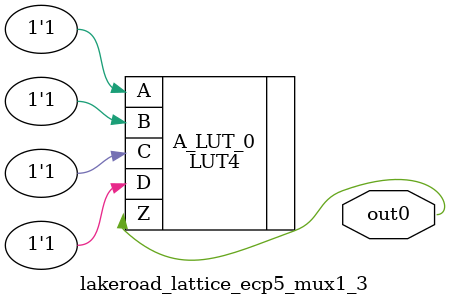
<source format=v>
/* Generated by Yosys 0.19 (git sha1 a45c131b37c, clang 13.1.6 -fPIC -Os) */

module lakeroad_lattice_ecp5_mux1_3(out0);
  wire _0_;
  wire _1_;
  wire _2_;
  wire _3_;
  wire _4_;
  wire _5_;
  wire _6_;
  output out0;
  wire out0;
  LUT4 #(
    .INIT(16'h8000)
  ) A_LUT_0 (
    .A(1'h1),
    .B(1'h1),
    .C(1'h1),
    .D(1'h1),
    .Z(out0)
  );
  LUT4 #(
    .INIT(16'h0000)
  ) B_LUT_1 (
    .A(1'h1),
    .B(1'h1),
    .C(1'h1),
    .D(1'h1),
    .Z(_6_)
  );
  LUT4 #(
    .INIT(16'h0000)
  ) C_LUT_2 (
    .A(1'h1),
    .B(1'h1),
    .C(1'h1),
    .D(1'h1),
    .Z(_5_)
  );
  LUT4 #(
    .INIT(16'h0000)
  ) D_LUT_3 (
    .A(1'h1),
    .B(1'h1),
    .C(1'h1),
    .D(1'h1),
    .Z(_4_)
  );
  LUT4 #(
    .INIT(16'h0000)
  ) E_LUT_4 (
    .A(1'h1),
    .B(1'h1),
    .C(1'h1),
    .D(1'h1),
    .Z(_3_)
  );
  LUT4 #(
    .INIT(16'h0000)
  ) F_LUT_5 (
    .A(1'h1),
    .B(1'h1),
    .C(1'h1),
    .D(1'h1),
    .Z(_2_)
  );
  LUT4 #(
    .INIT(16'h0000)
  ) G_LUT_6 (
    .A(1'h1),
    .B(1'h1),
    .C(1'h1),
    .D(1'h1),
    .Z(_1_)
  );
  LUT4 #(
    .INIT(16'h0000)
  ) H_LUT_7 (
    .A(1'h1),
    .B(1'h1),
    .C(1'h1),
    .D(1'h1),
    .Z(_0_)
  );
endmodule


</source>
